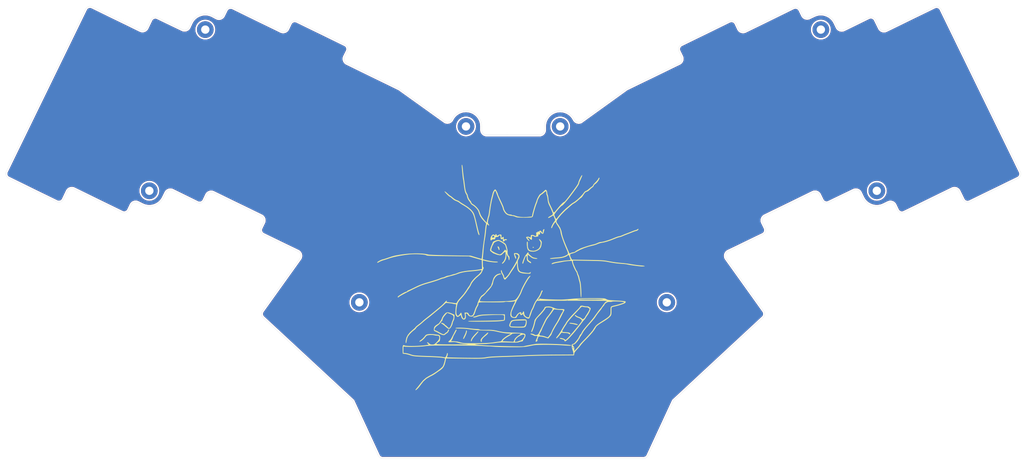
<source format=kicad_pcb>
(kicad_pcb (version 20240108) (generator "pcbnew") (generator_version "8.0")
  (layers (0 "F.Cu" signal) (31 "B.Cu" signal) (34 "B.Paste" user) (35 "F.Paste" user) (36 "B.SilkS" user "B.Silkscreen") (37 "F.SilkS" user "F.Silkscreen") (38 "B.Mask" user) (39 "F.Mask" user) (44 "Edge.Cuts" user))
  (net 0 "")
  (footprint "MountingHole:MountingHole_2.5mm_Pad" (layer "F.Cu") (at 190.335404 111.100048)
    (property "Reference" "REF**" (hide yes))
    (property "Value" "MountingHole_2.5mm_Pad")
    (pad "1" thru_hole circle (at 0 0) (size 5 5) (drill 2.5) (layers "*.Cu" "*.Mask"))
  )
  (footprint "MountingHole:MountingHole_2.5mm_Pad" (layer "F.Cu") (at 313.445404 130.380048)
    (property "Reference" "REF**" (hide yes))
    (property "Value" "MountingHole_2.5mm_Pad")
    (pad "1" thru_hole circle (at 0 0) (size 5 5) (drill 2.5) (layers "*.Cu" "*.Mask"))
  )
  (footprint "MountingHole:MountingHole_2.5mm_Pad" (layer "F.Cu") (at 95.445404 130.380048)
    (property "Reference" "REF**" (hide yes))
    (property "Value" "MountingHole_2.5mm_Pad")
    (pad "1" thru_hole circle (at 0 0) (size 5 5) (drill 2.5) (layers "*.Cu" "*.Mask"))
  )
  (footprint "MountingHole:MountingHole_2.5mm_Pad" (layer "F.Cu") (at 218.555404 111.100048)
    (property "Reference" "REF**" (hide yes))
    (property "Value" "MountingHole_2.5mm_Pad")
    (pad "1" thru_hole circle (at 0 0) (size 5 5) (drill 2.5) (layers "*.Cu" "*.Mask"))
  )
  (footprint "MountingHole:MountingHole_2.5mm_Pad" (layer "F.Cu") (at 250.505404 163.810048)
    (property "Reference" "REF**" (hide yes))
    (property "Value" "MountingHole_2.5mm_Pad")
    (pad "1" thru_hole circle (at 0 0) (size 5 5) (drill 2.5) (layers "*.Cu" "*.Mask"))
  )
  (footprint "MountingHole:MountingHole_2.5mm_Pad" (layer "F.Cu") (at 158.385404 163.810048)
    (property "Reference" "REF**" (hide yes))
    (property "Value" "MountingHole_2.5mm_Pad")
    (pad "1" thru_hole circle (at 0 0) (size 5 5) (drill 2.5) (layers "*.Cu" "*.Mask"))
  )
  (footprint "TKN_board_lib:catlogo" (layer "F.Cu") (at 203.769607 156.375047)
    (property "Reference" "G***" (hide yes))
    (property "Value" "LOGO" (hide yes))
  )
  (footprint "MountingHole:MountingHole_2.5mm_Pad" (layer "F.Cu") (at 112.215404 82.080048)
    (property "Reference" "REF**" (hide yes))
    (property "Value" "MountingHole_2.5mm_Pad")
    (pad "1" thru_hole circle (at 0 0) (size 5 5) (drill 2.5) (layers "*.Cu" "*.Mask"))
  )
  (footprint "MountingHole:MountingHole_2.5mm_Pad" (layer "F.Cu") (at 296.675404 82.080048)
    (property "Reference" "REF**" (hide yes))
    (property "Value" "MountingHole_2.5mm_Pad")
    (pad "1" thru_hole circle (at 0 0) (size 5 5) (drill 2.5) (layers "*.Cu" "*.Mask"))
  )
  (gr_arc (start 279.206011 139.91553) (mid 279.13403 138.768283) (end 279.895268 137.906965) (stroke (width 0.05)) (layer "Edge.Cuts"))
  (gr_arc (start 244.871949 209.741673) (mid 244.318436 210.372826) (end 243.512488 210.607746) (stroke (width 0.05)) (layer "Edge.Cuts"))
  (gr_arc (start 95.896253 79.194831) (mid 96.751747 78.42693) (end 97.899592 78.490201) (stroke (width 0.05)) (layer "Edge.Cuts"))
  (gr_line (start 107.983211 80.033822) (end 107.359291 81.360704) (stroke (width 0.05)) (layer "Edge.Cuts"))
  (gr_line (start 303.578928 82.098494) (end 311.006178 78.468318) (stroke (width 0.05)) (layer "Edge.Cuts"))
  (gr_arc (start 107.983211 80.033822) (mid 110.661192 77.643501) (end 114.245404 77.840048) (stroke (width 0.05)) (layer "Edge.Cuts"))
  (gr_line (start 222.655003 108.801487) (end 222.79152 109.02228) (stroke (width 0.05)) (layer "Edge.Cuts"))
  (gr_arc (start 303.578928 82.098494) (mid 302.429976 82.168505) (end 301.56975 81.403657) (stroke (width 0.05)) (layer "Edge.Cuts"))
  (gr_arc (start 70.861103 130.524429) (mid 71.721072 129.755048) (end 72.872923 129.824023) (stroke (width 0.05)) (layer "Edge.Cuts"))
  (gr_arc (start 76.312664 75.964616) (mid 77.172498 75.203798) (end 78.318486 75.273831) (stroke (width 0.05)) (layer "Edge.Cuts"))
  (gr_arc (start 94.744331 81.603502) (mid 93.884925 82.37274) (end 92.733561 82.304533) (stroke (width 0.05)) (layer "Edge.Cuts"))
  (gr_line (start 254.945399 90.177746) (end 254.174376 88.593004) (stroke (width 0.05)) (layer "Edge.Cuts"))
  (gr_line (start 186.115404 109.000048) (end 186.11343 109.004085) (stroke (width 0.05)) (layer "Edge.Cuts"))
  (gr_line (start 89.994234 134.610024) (end 89.250712 136.150636) (stroke (width 0.05)) (layer "Edge.Cuts"))
  (gr_line (start 252.496041 193.318058) (end 279.368564 168.386495) (stroke (width 0.05)) (layer "Edge.Cuts"))
  (gr_arc (start 336.063015 129.816054) (mid 337.206076 129.744131) (end 338.06669 130.499844) (stroke (width 0.05)) (layer "Edge.Cuts"))
  (gr_line (start 156.449541 193.34805) (end 164.050838 209.738818) (stroke (width 0.05)) (layer "Edge.Cuts"))
  (gr_arc (start 137.67461 80.255938) (mid 138.533968 79.486091) (end 139.685722 79.55419) (stroke (width 0.05)) (layer "Edge.Cuts"))
  (gr_arc (start 53.277585 126.625612) (mid 52.517956 125.765719) (end 52.588342 124.620544) (stroke (width 0.05)) (layer "Edge.Cuts"))
  (gr_line (start 339.307731 133.01425) (end 338.06669 130.499844) (stroke (width 0.05)) (layer "Edge.Cuts"))
  (gr_line (start 309.215405 132.430047) (end 308.499977 130.957417) (stroke (width 0.05)) (layer "Edge.Cuts"))
  (gr_line (start 279.290349 143.513768) (end 268.925749 148.524008) (stroke (width 0.05)) (layer "Edge.Cuts"))
  (gr_arc (start 100.409346 130.95692) (mid 101.272543 130.204469) (end 102.415109 130.280389) (stroke (width 0.05)) (layer "Edge.Cuts"))
  (gr_line (start 93.391938 134.608365) (end 92.015977 133.920359) (stroke (width 0.05)) (layer "Edge.Cuts"))
  (gr_line (start 111.850012 133.237815) (end 112.622238 131.620889) (stroke (width 0.05)) (layer "Edge.Cuts"))
  (gr_line (start 114.632235 130.918598) (end 128.994636 137.908913) (stroke (width 0.05)) (layer "Edge.Cuts"))
  (gr_arc (start 254.945399 90.177746) (mid 255.014569 91.323023) (end 254.254126 92.182182) (stroke (width 0.05)) (layer "Edge.Cuts"))
  (gr_line (start 332.695181 75.984157) (end 356.432977 124.653854) (stroke (width 0.05)) (layer "Edge.Cuts"))
  (gr_arc (start 294.645404 77.840048) (mid 298.229617 77.643502) (end 300.907597 80.033822) (stroke (width 0.05)) (layer "Edge.Cuts"))
  (gr_line (start 129.686385 139.915205) (end 128.915797 141.495145) (stroke (width 0.05)) (layer "Edge.Cuts"))
  (gr_arc (start 299.055257 133.865629) (mid 297.91121 133.933117) (end 297.053441 133.173085) (stroke (width 0.05)) (layer "Edge.Cuts"))
  (gr_arc (start 288.411008 75.526198) (mid 289.555356 75.453301) (end 290.41687 76.210029) (stroke (width 0.05)) (layer "Edge.Cuts"))
  (gr_arc (start 254.174376 88.593004) (mid 254.102169 87.446498) (end 254.862217 86.585093) (stroke (width 0.05)) (layer "Edge.Cuts"))
  (gr_line (start 105.351743 82.074213) (end 97.899592 78.490201) (stroke (width 0.05)) (layer "Edge.Cuts"))
  (gr_line (start 224.79 109.7) (end 238.473482 99.84217) (stroke (width 0.05)) (layer "Edge.Cuts"))
  (gr_line (start 95.896253 79.194831) (end 94.744331 81.603502) (stroke (width 0.05)) (layer "Edge.Cuts"))
  (gr_line (start 129.320892 166.41364) (end 140.530478 150.746516) (stroke (width 0.05)) (layer "Edge.Cuts"))
  (gr_arc (start 89.250712 136.150636) (mid 88.39052 136.916122) (end 87.241157 136.846327) (stroke (width 0.05)) (layer "Edge.Cuts"))
  (gr_arc (start 99.675403 132.430047) (mid 96.985077 134.821306) (end 93.391938 134.608365) (stroke (width 0.05)) (layer "Edge.Cuts"))
  (gr_arc (start 213.855404 112.13925) (mid 213.415781 113.200189) (end 212.354607 113.63925) (stroke (width 0.05)) (layer "Edge.Cuts"))
  (gr_arc (start 117.648483 77.896615) (mid 116.76294 78.663652) (end 115.595981 78.560025) (stroke (width 0.05)) (layer "Edge.Cuts"))
  (gr_arc (start 111.850012 133.237815) (mid 110.987674 134.008622) (end 109.833289 133.936812) (stroke (width 0.05)) (layer "Edge.Cuts"))
  (gr_arc (start 128.994636 137.908913) (mid 129.756277 138.768708) (end 129.686385 139.915205) (stroke (width 0.05)) (layer "Edge.Cuts"))
  (gr_line (start 294.273151 130.894404) (end 279.895268 137.906965) (stroke (width 0.05)) (layer "Edge.Cuts"))
  (gr_line (start 279.206011 139.91553) (end 279.984338 141.502906) (stroke (width 0.05)) (layer "Edge.Cuts"))
  (gr_arc (start 196.544607 113.630845) (mid 195.484465 113.191222) (end 195.045404 112.130845) (stroke (width 0.05)) (layer "Edge.Cuts"))
  (gr_line (start 139.685722 79.55419) (end 154.081999 86.575723) (stroke (width 0.05)) (layer "Edge.Cuts"))
  (gr_line (start 336.063015 129.816054) (end 321.631493 136.868532) (stroke (width 0.05)) (layer "Edge.Cuts"))
  (gr_arc (start 321.631493 136.868532) (mid 320.482259 136.938329) (end 319.622087 136.173002) (stroke (width 0.05)) (layer "Edge.Cuts"))
  (gr_line (start 165.411627 210.607745) (end 243.512488 210.607746) (stroke (width 0.05)) (layer "Edge.Cuts"))
  (gr_line (start 244.871949 209.741673) (end 252.496041 193.318058) (stroke (width 0.05)) (layer "Edge.Cuts"))
  (gr_line (start 213.855404 111.090048) (end 213.855404 112.13925) (stroke (width 0.05)) (layer "Edge.Cuts"))
  (gr_line (start 294.645404 77.840048) (end 293.213904 78.527375) (stroke (width 0.05)) (layer "Edge.Cuts"))
  (gr_line (start 300.907597 80.033822) (end 301.56975 81.403657) (stroke (width 0.05)) (layer "Edge.Cuts"))
  (gr_line (start 118.466613 76.232901) (end 117.648483 77.896615) (stroke (width 0.05)) (layer "Edge.Cuts"))
  (gr_line (start 76.312664 75.964616) (end 52.588342 124.620544) (stroke (width 0.05)) (layer "Edge.Cuts"))
  (gr_arc (start 315.49887 134.608365) (mid 311.905733 134.821307) (end 309.215405 132.430047) (stroke (width 0.05)) (layer "Edge.Cuts"))
  (gr_line (start 102.415109 130.280389) (end 109.833289 133.936812) (stroke (width 0.05)) (layer "Edge.Cuts"))
  (gr_arc (start 274.037348 82.573478) (mid 272.882675 82.642853) (end 272.021985 81.870007) (stroke (width 0.05)) (layer "Edge.Cuts"))
  (gr_arc (start 165.411627 210.607745) (mid 164.604358 210.371985) (end 164.050838 209.738818) (stroke (width 0.05)) (layer "Edge.Cuts"))
  (gr_line (start 212.354607 113.63925) (end 196.544607 113.630845) (stroke (width 0.05)) (layer "Edge.Cuts"))
  (gr_arc (start 112.622238 131.620889) (mid 113.481028 130.851278) (end 114.632235 130.918598) (stroke (width 0.05)) (layer "Edge.Cuts"))
  (gr_line (start 268.36033 150.746516) (end 279.568339 166.41414) (stroke (width 0.05)) (layer "Edge.Cuts"))
  (gr_line (start 154.763681 88.599518) (end 153.972473 90.167918) (stroke (width 0.05)) (layer "Edge.Cuts"))
  (gr_arc (start 341.310369 133.698546) (mid 340.167796 133.769781) (end 339.307731 133.01425) (stroke (width 0.05)) (layer "Edge.Cuts"))
  (gr_line (start 120.470224 75.546631) (end 134.88909 82.579182) (stroke (width 0.05)) (layer "Edge.Cuts"))
  (gr_arc (start 279.984338 141.502906) (mid 280.055426 142.652628) (end 279.290349 143.513768) (stroke (width 0.05)) (layer "Edge.Cuts"))
  (gr_line (start 72.872923 129.824023) (end 87.241157 136.846327) (stroke (width 0.05)) (layer "Edge.Cuts"))
  (gr_arc (start 213.855405 111.090048) (mid 217.372402 106.551353) (end 222.655003 108.801487) (stroke (width 0.05)) (layer "Edge.Cuts"))
  (gr_arc (start 139.965059 148.524008) (mid 140.764217 149.50388) (end 140.530478 150.746516) (stroke (width 0.05)) (layer "Edge.Cuts"))
  (gr_arc (start 129.521078 168.386541) (mid 129.048453 167.437886) (end 129.320892 166.41364) (stroke (width 0.05)) (layer "Edge.Cuts"))
  (gr_arc (start 154.081999 86.575723) (mid 154.845971 87.445102) (end 154.763681 88.599518) (stroke (width 0.05)) (layer "Edge.Cuts"))
  (gr_line (start 129.521078 168.386541) (end 156.449541 193.34805) (stroke (width 0.05)) (layer "Edge.Cuts"))
  (gr_arc (start 129.609499 143.502385) (mid 128.846292 142.642653) (end 128.915797 141.495145) (stroke (width 0.05)) (layer "Edge.Cuts"))
  (gr_line (start 92.733561 82.304533) (end 78.318486 75.273831) (stroke (width 0.05)) (layer "Edge.Cuts"))
  (gr_line (start 274.037348 82.573478) (end 288.411008 75.526198) (stroke (width 0.05)) (layer "Edge.Cuts"))
  (gr_arc (start 118.466613 76.232901) (mid 119.326595 75.475704) (end 120.470224 75.546631) (stroke (width 0.05)) (layer "Edge.Cuts"))
  (gr_line (start 254.254126 92.182182) (end 238.473482 99.84217) (stroke (width 0.05)) (layer "Edge.Cuts"))
  (gr_line (start 139.965059 148.524008) (end 129.609499 143.502385) (stroke (width 0.05)) (layer "Edge.Cuts"))
  (gr_line (start 355.742343 126.659602) (end 341.310369 133.698546) (stroke (width 0.05)) (layer "Edge.Cuts"))
  (gr_line (start 154.654155 92.191713) (end 170.364822 99.854316) (stroke (width 0.05)) (layer "Edge.Cuts"))
  (gr_line (start 313.008882 79.149927) (end 314.251614 81.657702) (stroke (width 0.05)) (layer "Edge.Cuts"))
  (gr_line (start 136.900202 81.877434) (end 137.67461 80.255938) (stroke (width 0.05)) (layer "Edge.Cuts"))
  (gr_arc (start 89.994234 134.610024) (mid 90.860848 133.842315) (end 92.015977 133.920359) (stroke (width 0.05)) (layer "Edge.Cuts"))
  (gr_arc (start 279.568339 166.41414) (mid 279.840702 167.438018) (end 279.368564 168.386495) (stroke (width 0.05)) (layer "Edge.Cuts"))
  (gr_arc (start 306.497143 130.262783) (mid 307.642294 130.195665) (end 308.499977 130.957417) (stroke (width 0.05)) (layer "Edge.Cuts"))
  (gr_arc (start 107.359291 81.360704) (mid 106.504201 82.135744) (end 105.351743 82.074213) (stroke (width 0.05)) (layer "Edge.Cuts"))
  (gr_line (start 297.053441 133.173085) (end 296.278899 131.585038) (stroke (width 0.05)) (layer "Edge.Cuts"))
  (gr_line (start 170.364822 99.854316) (end 184.108654 109.693635) (stroke (width 0.05)) (layer "Edge.Cuts"))
  (gr_arc (start 186.11343 109.004085) (mid 185.253741 109.763716) (end 184.108654 109.693635) (stroke (width 0.05)) (layer "Edge.Cuts"))
  (gr_arc (start 316.251068 82.335584) (mid 315.111889 82.407977) (end 314.251614 81.657702) (stroke (width 0.05)) (layer "Edge.Cuts"))
  (gr_line (start 254.862217 86.585093) (end 269.242254 79.552968) (stroke (width 0.05)) (layer "Edge.Cuts"))
  (gr_arc (start 268.36033 150.746516) (mid 268.12649 149.503845) (end 268.925749 148.524008) (stroke (width 0.05)) (layer "Edge.Cuts"))
  (gr_arc (start 154.654155 92.191713) (mid 153.8902 91.322342) (end 153.972473 90.167918) (stroke (width 0.05)) (layer "Edge.Cuts"))
  (gr_arc (start 69.692141 132.968308) (mid 68.83201 133.737741) (end 67.680023 133.668569) (stroke (width 0.05)) (layer "Edge.Cuts"))
  (gr_arc (start 269.242254 79.552968) (mid 270.391103 79.48273) (end 271.251511 80.247257) (stroke (width 0.05)) (layer "Edge.Cuts"))
  (gr_line (start 53.277585 126.625612) (end 67.680023 133.668569) (stroke (width 0.05)) (layer "Edge.Cuts"))
  (gr_line (start 271.251511 80.247257) (end 272.021985 81.870007) (stroke (width 0.05)) (layer "Edge.Cuts"))
  (gr_line (start 291.219126 77.838166) (end 290.41687 76.210029) (stroke (width 0.05)) (layer "Edge.Cuts"))
  (gr_arc (start 224.79 109.7) (mid 223.651445 109.771962) (end 222.79152 109.02228) (stroke (width 0.05)) (layer "Edge.Cuts"))
  (gr_arc (start 316.872115 133.939346) (mid 318.020588 133.870613) (end 318.879884 134.635674) (stroke (width 0.05)) (layer "Edge.Cuts"))
  (gr_line (start 195.045404 111.100048) (end 195.045404 112.130845) (stroke (width 0.05)) (layer "Edge.Cuts"))
  (gr_line (start 318.879884 134.635674) (end 319.622087 136.173002) (stroke (width 0.05)) (layer "Edge.Cuts"))
  (gr_arc (start 136.900202 81.877434) (mid 136.040846 82.647291) (end 134.88909 82.579182) (stroke (width 0.05)) (layer "Edge.Cuts"))
  (gr_line (start 69.692141 132.968308) (end 70.861103 130.524429) (stroke (width 0.05)) (layer "Edge.Cuts"))
  (gr_arc (start 311.006178 78.468318) (mid 312.148167 78.395911) (end 313.008882 79.149927) (stroke (width 0.05)) (layer "Edge.Cuts"))
  (gr_line (start 316.872115 133.939346) (end 315.49887 134.608366) (stroke (width 0.05)) (layer "Edge.Cuts"))
  (gr_arc (start 330.689433 75.293523) (mid 331.835346 75.22342) (end 332.695181 75.984157) (stroke (width 0.05)) (layer "Edge.Cuts"))
  (gr_line (start 99.675403 132.430047) (end 100.409346 130.95692) (stroke (width 0.05)) (layer "Edge.Cuts"))
  (gr_arc (start 186.115405 109.000048) (mid 191.414026 106.511475) (end 195.049043 111.100048) (stroke (width 0.05)) (layer "Edge.Cuts"))
  (gr_line (start 306.497143 130.262783) (end 299.055257 133.865629) (stroke (width 0.05)) (layer "Edge.Cuts"))
  (gr_arc (start 293.213904 78.527375) (mid 292.074787 78.592961) (end 291.219126 77.838166) (stroke (width 0.05)) (layer "Edge.Cuts"))
  (gr_arc (start 294.273151 130.894404) (mid 295.419063 130.824322) (end 296.278899 131.585038) (stroke (width 0.05)) (layer "Edge.Cuts"))
  (gr_line (start 316.251068 82.335584) (end 330.689433 75.293523) (stroke (width 0.05)) (layer "Edge.Cuts"))
  (gr_arc (start 356.432977 124.653854) (mid 356.503096 125.799772) (end 355.742343 126.659602) (stroke (width 0.05)) (layer "Edge.Cuts"))
  (gr_line (start 115.595981 78.560025) (end 114.245404 77.840048) (stroke (width 0.05)) (layer "Edge.Cuts"))
  (zone (net 0) (net_name "") (layers "F&B.Cu") (priority 2) (connect_pads (clearance 0.5)) (min_thickness 0.25) (fill yes (thermal_gap 0.5) (thermal_bridge_width 0.5) (island_removal_mode 1) (island_area_min 10))
    (polygon (pts (xy 204.449607 113.635047) (xy 216.994607 105.74925) (xy 227.664607 106.61925) (xy 238.473482 99.84217) (xy 255.01457 91.323019) (xy 253.154607 86.79925) (xy 270.584607 78.77925) (xy 272.882676 82.642854) (xy 290.174607 74.51925) (xy 292.074791 78.592962) (xy 299.594607 75.57925) (xy 302.429978 82.168506) (xy 312.944607 77.18925) (xy 315.111885 82.407976) (xy 332.654607 73.79925) (xy 357.574607 126.01925) (xy 340.194607 134.72925) (xy 337.206078 129.744128) (xy 320.254607 138.06925) (xy 318.020587 133.870612) (xy 310.954607 137.19925) (xy 307.642296 130.195666) (xy 297.404607 135.78925) (xy 295.419059 130.82432) (xy 279.13403 138.768284) (xy 281.434607 143.58925) (xy 268.126504 149.503852) (xy 281.144607 167.59925) (xy 253.404607 194.11925) (xy 244.834607 211.39925) (xy 163.714607 211.25925) (xy 155.584607 193.87925) (xy 127.654607 167.39925) (xy 139.310434 149.873725) (xy 126.784607 142.85925) (xy 128.338216 139.25764) (xy 113.975792 132.26733) (xy 111.244607 135.45925) (xy 101.751964 131.625897) (xy 97.444607 136.37925) (xy 91.345132 135.261975) (xy 88.604607 138.22925) (xy 72.214238 131.171582) (xy 69.474607 134.93925) (xy 50.694607 125.74925) (xy 77.024607 73.20925) (xy 93.391129 80.956372) (xy 96.614607 76.52925) (xy 105.964607 80.72925) (xy 110.964607 74.81925) (xy 116.301606 77.236345) (xy 119.034607 73.98925) (xy 135.546698 81.231138) (xy 138.464607 77.62925) (xy 157.144607 86.95925) (xy 155.31175 90.843509) (xy 171.634607 98.63925) (xy 184.704607 108.15925) (xy 191.804607 103.95925) (xy 196.545412 112.130838)))
  )
)
</source>
